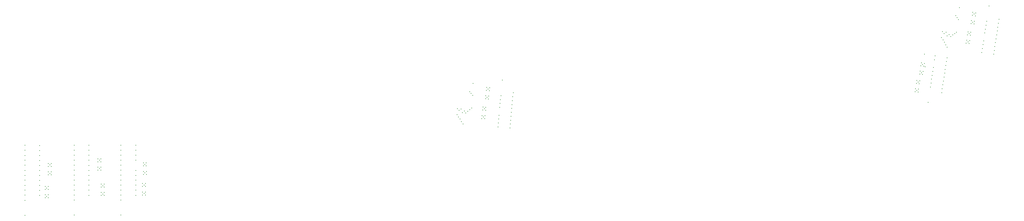
<source format=gbr>
*
G4_C Author: OrCAD GerbTool(tm) 8.1.1 Thu Jun 19 08:57:08 2003*
G4 Mass Parameters *
G4 Image *
G4 Aperture Definitions *
G4 Plot Data *
G4 Mass Parameters *
G4 Image *
G4 Aperture Definitions *
G4 Plot Data *
G4 Mass Parameters *
G4 Image *
G4 Aperture Definitions *
G4 Plot Data *
G4 Mass Parameters *
G4 Image *
G4 Aperture Definitions *
G4 Plot Data *
G4 Mass Parameters *
G4 Image *
G4 Aperture Definitions *
G4 Plot Data *
G4 Mass Parameters *
G4 Image *
G4 Aperture Definitions *
G4 Plot Data *
G4 Mass Parameters *
G4 Image *
G4 Aperture Definitions *
G4 Plot Data *
G4 Mass Parameters *
G4 Image *
G4 Aperture Definitions *
G4 Plot Data *
%LPD*%
%FSLAX34Y34*%
%MOIN*%
%AD*%
%ADD10R,0.050000X0.050000*%
%ADD11C,0.006000*%
%ADD12C,0.019000*%
%ADD13C,0.007900*%
%ADD14C,0.005000*%
%ADD15C,0.000800*%
%ADD16R,0.070000X0.025000*%
%ADD17R,0.068000X0.023000*%
%ADD18C,0.006000*%
%ADD19C,0.009800*%
%ADD20C,0.010000*%
%ADD21C,0.030000*%
%ADD22C,0.060000*%
%ADD23C,0.035000*%
%ADD24C,0.055000*%
%ADD25C,0.065000*%
%ADD256C,0.015000*%
%ADD257C,0.011000*%
%ADD258C,0.036000*%
G4_C OrCAD GerbTool Tool List *
G4_D256 2 0.0150 T 0 0*
G4_D257 1 0.0110 T 0 0*
G4_D258 3 0.0360 T 0 0*
G54D257*
G1X44665Y12351D3*
G1X44544Y11057D3*
G1X45196Y14291D3*
G1X45354Y14101D3*
G1X45512Y13911D3*
G1X45394Y12634D3*
G1X45203Y12476D3*
G1X45013Y12318D3*
G1X44823Y12160D3*
G1X43985Y12591D3*
G1X44143Y12400D3*
G1X44475Y12192D3*
G1X44333Y12559D3*
G1X44238Y11548D3*
G1X44081Y11758D3*
G1X44388Y11276D3*
G1X43927Y11989D3*
G1X49233Y10635D3*
G1X49269Y11028D3*
G1X49305Y11420D3*
G1X49342Y11811D3*
G1X49378Y12203D3*
G1X49414Y12595D3*
G1X49451Y12987D3*
G1X49487Y13379D3*
G1X49524Y13771D3*
G1X49560Y14163D3*
G1X48037Y10746D3*
G1X48073Y11138D3*
G1X48109Y11530D3*
G1X48146Y11922D3*
G1X48219Y12705D3*
G1X48255Y13098D3*
G1X48291Y13490D3*
G1X48328Y13882D3*
G1X48473Y15449D3*
G1X46721Y11566D3*
G1X46749Y11865D3*
G1X46422Y11594D3*
G1X46450Y11892D3*
G1X46585Y11729D3*
G1X46797Y12402D3*
G1X46825Y12701D3*
G1X46499Y12430D3*
G1X46527Y12728D3*
G1X46662Y12566D3*
G1X47093Y13539D3*
G1X47120Y13838D3*
G1X46794Y13567D3*
G1X46822Y13865D3*
G1X46957Y13702D3*
G1X47169Y14376D3*
G1X47197Y14674D3*
G1X46871Y14403D3*
G1X46899Y14701D3*
G1X47034Y14539D3*
G1X45530Y15098D3*
G1X93214Y20021D3*
G1X93017Y18736D3*
G1X93860Y21926D3*
G1X94007Y21727D3*
G1X94153Y21527D3*
G1X93959Y20260D3*
G1X93760Y20114D3*
G1X93560Y19967D3*
G1X93361Y19821D3*
G1X92550Y20301D3*
G1X92697Y20100D3*
G1X93016Y19873D3*
G1X92896Y20248D3*
G1X92741Y19245D3*
G1X92597Y19463D3*
G1X92875Y18964D3*
G1X92457Y19703D3*
G1X97673Y18037D3*
G1X97732Y18427D3*
G1X97792Y18816D3*
G1X97851Y19204D3*
G1X97911Y19594D3*
G1X97970Y19982D3*
G1X98030Y20372D3*
G1X98090Y20761D3*
G1X98149Y21151D3*
G1X98209Y21539D3*
G1X96485Y18219D3*
G1X96545Y18608D3*
G1X96605Y18996D3*
G1X96664Y19386D3*
G1X96783Y20164D3*
G1X96843Y20553D3*
G1X96902Y20943D3*
G1X96962Y21332D3*
G1X97200Y22887D3*
G1X95221Y19115D3*
G1X95266Y19412D3*
G1X94924Y19161D3*
G1X94969Y19457D3*
G1X95095Y19286D3*
G1X95347Y19946D3*
G1X95392Y20242D3*
G1X95050Y19991D3*
G1X95096Y20286D3*
G1X95221Y20117D3*
G1X95709Y21063D3*
G1X95754Y21359D3*
G1X95412Y21108D3*
G1X95458Y21405D3*
G1X95583Y21234D3*
G1X95835Y21893D3*
G1X95880Y22190D3*
G1X95538Y21939D3*
G1X95584Y22234D3*
G1X95709Y22064D3*
G1X94241Y22712D3*
G1X11764Y8895D3*
G1X11762Y8395D3*
G1X11762Y7895D3*
G1X11764Y6394D3*
G1X11763Y5894D3*
G1X11762Y5395D3*
G1X11762Y4895D3*
G1X11763Y4395D3*
G1X11763Y3894D3*
G1X10292Y8896D3*
G1X10292Y8396D3*
G1X10291Y7895D3*
G1X10291Y7396D3*
G1X10291Y6896D3*
G1X10291Y6395D3*
G1X10292Y5895D3*
G1X10292Y5396D3*
G1X10291Y4895D3*
G1X10292Y4396D3*
G1X10291Y3896D3*
G1X10292Y3395D3*
G1X10291Y1896D3*
G1X11762Y7395D3*
G1X12750Y3925D3*
G1X12750Y4226D3*
G1X12451Y3925D3*
G1X12451Y4225D3*
G1X12601Y4075D3*
G1X12750Y4765D3*
G1X12750Y5066D3*
G1X12450Y4765D3*
G1X12450Y5065D3*
G1X12600Y4915D3*
G1X12827Y5989D3*
G1X12827Y6289D3*
G1X12527Y5989D3*
G1X12527Y6289D3*
G1X12677Y6139D3*
G1X12826Y6829D3*
G1X12826Y7129D3*
G1X12527Y6829D3*
G1X12527Y7129D3*
G1X12677Y6979D3*
G1X7073Y7395D3*
G1X7074Y6894D3*
G1X7075Y6394D3*
G1X7074Y5894D3*
G1X7073Y5395D3*
G1X7073Y4895D3*
G1X7074Y4395D3*
G1X7074Y3894D3*
G1X5603Y8897D3*
G1X5603Y8397D3*
G1X5602Y7896D3*
G1X5602Y7397D3*
G1X5602Y6897D3*
G1X5602Y6396D3*
G1X5603Y5896D3*
G1X5603Y5397D3*
G1X5602Y4896D3*
G1X5603Y4397D3*
G1X5602Y3897D3*
G1X5603Y3396D3*
G1X5602Y1896D3*
G1X7073Y8895D3*
G1X7073Y8395D3*
G1X7073Y7895D3*
G1X8619Y3871D3*
G1X8619Y4171D3*
G1X8319Y3871D3*
G1X8320Y4171D3*
G1X8470Y4021D3*
G1X8618Y4711D3*
G1X8618Y5011D3*
G1X8319Y4711D3*
G1X8319Y5011D3*
G1X8469Y4861D3*
G1X8288Y6413D3*
G1X8288Y6714D3*
G1X7989Y6413D3*
G1X7989Y6713D3*
G1X8139Y6563D3*
G1X8288Y7253D3*
G1X8288Y7553D3*
G1X7988Y7253D3*
G1X7988Y7553D3*
G1X8138Y7403D3*
G1X2146Y8894D3*
G1X2144Y8394D3*
G1X2144Y7894D3*
G1X2144Y7394D3*
G1X2145Y6893D3*
G1X2146Y6393D3*
G1X2145Y5893D3*
G1X2144Y5394D3*
G1X2144Y4894D3*
G1X2145Y4394D3*
G1X2145Y3893D3*
G1X674Y8895D3*
G1X674Y8395D3*
G1X673Y7894D3*
G1X673Y7395D3*
G1X673Y6895D3*
G1X673Y6394D3*
G1X674Y5894D3*
G1X674Y5395D3*
G1X673Y4894D3*
G1X674Y4395D3*
G1X673Y3895D3*
G1X674Y3394D3*
G1X673Y1894D3*
G1X3007Y3636D3*
G1X3007Y3936D3*
G1X2707Y3636D3*
G1X2707Y3936D3*
G1X2857Y3786D3*
G1X3006Y4476D3*
G1X3006Y4776D3*
G1X2706Y4476D3*
G1X2707Y4775D3*
G1X2856Y4626D3*
G1X3326Y5940D3*
G1X3326Y6240D3*
G1X3026Y5940D3*
G1X3026Y6240D3*
G1X3176Y6090D3*
G1X3325Y6780D3*
G1X3325Y7080D3*
G1X3025Y6780D3*
G1X3026Y7079D3*
G1X3175Y6930D3*
G1X90825Y16770D3*
G1X92467Y14187D3*
G1X92526Y14576D3*
G1X92586Y14965D3*
G1X92645Y15355D3*
G1X92705Y15743D3*
G1X92765Y16134D3*
G1X92824Y16521D3*
G1X92883Y16911D3*
G1X92943Y17300D3*
G1X93002Y17689D3*
G1X91102Y13202D3*
G1X91340Y14758D3*
G1X91399Y15146D3*
G1X91459Y15536D3*
G1X91519Y15925D3*
G1X91578Y16314D3*
G1X91638Y16703D3*
G1X91757Y17481D3*
G1X91816Y17870D3*
G1X90099Y14243D3*
G1X90144Y14540D3*
G1X89802Y14289D3*
G1X89848Y14585D3*
G1X89973Y14414D3*
G1X90225Y15074D3*
G1X90270Y15370D3*
G1X89928Y15119D3*
G1X89975Y15415D3*
G1X90099Y15245D3*
G1X90559Y16000D3*
G1X90604Y16297D3*
G1X90262Y16045D3*
G1X90308Y16342D3*
G1X90433Y16171D3*
G1X90685Y16831D3*
G1X90730Y17127D3*
G1X90388Y16876D3*
G1X90435Y17171D3*
G1X90559Y17001D3*
G1X90755Y18033D3*
M2*

</source>
